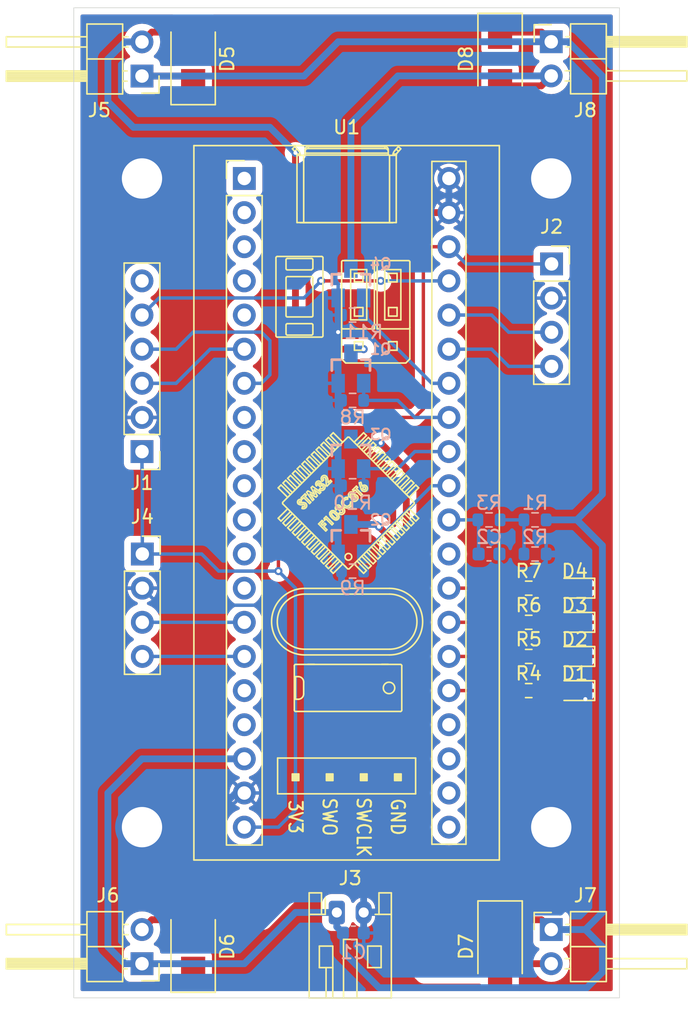
<source format=kicad_pcb>
(kicad_pcb (version 20240108) (generator "pcbnew") (generator_version "8.0")
  (title_block (title "MiniDrone") (date "2024-07-27") (rev "0.1") (company "Wayne Yang"))
  (layers (0 "F.Cu" signal) (31 "B.Cu" signal) (34 "B.Paste" user) (35 "F.Paste" user) (36 "B.SilkS" user "B.Silkscreen") (37 "F.SilkS" user "F.Silkscreen") (38 "B.Mask" user) (39 "F.Mask" user) (44 "Edge.Cuts" user))
  (net 0 "")
  (net 1 "+BATT")
  (net 2 "GND")
  (net 3 "/VBAT")
  (net 4 "Net-(D1-A)")
  (net 5 "Net-(D2-A)")
  (net 6 "Net-(D3-A)")
  (net 7 "Net-(D4-A)")
  (net 8 "Net-(D5-A)")
  (net 9 "Net-(D6-A)")
  (net 10 "Net-(D7-A)")
  (net 11 "Net-(D8-A)")
  (net 12 "/PRG_RX")
  (net 13 "+3.3V")
  (net 14 "/PRG_TX")
  (net 15 "/PRG_RTS")
  (net 16 "/PRG_DTR")
  (net 17 "/BT_RX")
  (net 18 "/BT_TX")
  (net 19 "/FL_PWM")
  (net 20 "/FR_PWM")
  (net 21 "/BL_PWM")
  (net 22 "/BR_PWM")
  (net 23 "Net-(R1-Pad2)")
  (net 24 "/STAT_0")
  (net 25 "/STAT_1")
  (net 26 "/STAT_2")
  (net 27 "/STAT_3")
  (net 28 "/MPU_SDA")
  (net 29 "/MPU_SCL")
  (footprint "LED_SMD:LED_0603_1608Metric" (layer "F.Cu") (at 167.1125 83.82 180)
    (property "Reference" "D2" (at 0 1.27 180) (layer "F.SilkS"))
    (property "Value" "LED")
    (pad "1" smd roundrect (at -0.7875 0 180) (size 0.875 0.95) (layers "F.Cu" "F.Paste" "F.Mask") (net 2 "GND"))
    (pad "2" smd roundrect (at 0.7875 0 180) (size 0.875 0.95) (layers "F.Cu" "F.Paste" "F.Mask") (net 5 "Net-(D2-A)"))
  )
  (footprint "Resistor_SMD:R_0603_1608Metric" (layer "F.Cu") (at 163.6825 78.74)
    (property "Reference" "R7" (at 0 -1.27 180) (layer "F.SilkS"))
    (property "Value" "180")
    (pad "1" smd roundrect (at -0.825 0) (size 0.8 0.95) (layers "F.Cu" "F.Paste" "F.Mask") (net 27 "/STAT_3"))
    (pad "2" smd roundrect (at 0.825 0) (size 0.8 0.95) (layers "F.Cu" "F.Paste" "F.Mask") (net 7 "Net-(D4-A)"))
  )
  (footprint "Connector_PinHeader_2.54mm:PinHeader_1x02_P2.54mm_Horizontal" (layer "F.Cu") (at 134.88 40.64 180)
    (property "Reference" "J5" (at 3.175 -2.54 0) (layer "F.SilkS"))
    (property "Value" "FL Motor")
    (pad "1" thru_hole rect (at 0 0 180) (size 1.7 1.7) (drill 1) (layers "*.Cu" "*.Mask") (net 1 "+BATT"))
    (pad "2" thru_hole oval (at 0 2.54 180) (size 1.7 1.7) (drill 1) (layers "*.Cu" "*.Mask") (net 8 "Net-(D5-A)"))
  )
  (footprint "Resistor_SMD:R_0603_1608Metric" (layer "F.Cu") (at 163.6825 83.82)
    (property "Reference" "R5" (at 0 -1.27 0) (layer "F.SilkS"))
    (property "Value" "180")
    (pad "1" smd roundrect (at -0.825 0) (size 0.8 0.95) (layers "F.Cu" "F.Paste" "F.Mask") (net 25 "/STAT_1"))
    (pad "2" smd roundrect (at 0.825 0) (size 0.8 0.95) (layers "F.Cu" "F.Paste" "F.Mask") (net 5 "Net-(D2-A)"))
  )
  (footprint "Connector_PinHeader_2.54mm:PinHeader_1x06_P2.54mm_Vertical" (layer "F.Cu") (at 134.88 68.58 180)
    (property "Reference" "J1" (at 0 -2.33 0) (layer "F.SilkS"))
    (property "Value" "programming")
    (pad "1" thru_hole rect (at 0 0 180) (size 1.7 1.7) (drill 1) (layers "*.Cu" "*.Mask") (net 13 "+3.3V"))
    (pad "2" thru_hole oval (at 0 2.54 180) (size 1.7 1.7) (drill 1) (layers "*.Cu" "*.Mask") (net 2 "GND"))
    (pad "3" thru_hole oval (at 0 5.08 180) (size 1.7 1.7) (drill 1) (layers "*.Cu" "*.Mask") (net 12 "/PRG_RX"))
    (pad "4" thru_hole oval (at 0 7.62 180) (size 1.7 1.7) (drill 1) (layers "*.Cu" "*.Mask") (net 14 "/PRG_TX"))
    (pad "5" thru_hole oval (at 0 10.16 180) (size 1.7 1.7) (drill 1) (layers "*.Cu" "*.Mask") (net 16 "/PRG_DTR"))
    (pad "6" thru_hole oval (at 0 12.7 180) (size 1.7 1.7) (drill 1) (layers "*.Cu" "*.Mask") (net 15 "/PRG_RTS"))
  )
  (footprint "Resistor_SMD:R_0603_1608Metric" (layer "F.Cu") (at 163.6825 86.36)
    (property "Reference" "R4" (at 0 -1.27 0) (layer "F.SilkS"))
    (property "Value" "180")
    (pad "1" smd roundrect (at -0.825 0) (size 0.8 0.95) (layers "F.Cu" "F.Paste" "F.Mask") (net 24 "/STAT_0"))
    (pad "2" smd roundrect (at 0.825 0) (size 0.8 0.95) (layers "F.Cu" "F.Paste" "F.Mask") (net 4 "Net-(D1-A)"))
  )
  (footprint "Connector_JST:JST_PH_S2B-PH-K_1x02_P2.00mm_Horizontal" (layer "F.Cu") (at 149.39 102.87)
    (property "Reference" "J3" (at 1 -2.55 0) (layer "F.SilkS"))
    (property "Value" "BAT")
    (pad "1" thru_hole roundrect (at 0 0) (size 1.2 1.75) (drill 0.75) (layers "*.Cu" "*.Mask") (roundrect_rratio 0.208333) (net 1 "+BATT"))
    (pad "2" thru_hole oval (at 2 0) (size 1.2 1.75) (drill 0.75) (layers "*.Cu" "*.Mask") (net 2 "GND"))
  )
  (footprint "Connector_PinSocket_2.54mm:PinSocket_1x04_P2.54mm_Vertical" (layer "F.Cu") (at 134.905 76.2)
    (property "Reference" "J4" (at 0 -2.77 0) (layer "F.SilkS"))
    (property "Value" "mpu6050")
    (pad "1" thru_hole rect (at 0 0) (size 1.7 1.7) (drill 1) (layers "*.Cu" "*.Mask") (net 13 "+3.3V"))
    (pad "2" thru_hole oval (at 0 2.54) (size 1.7 1.7) (drill 1) (layers "*.Cu" "*.Mask") (net 2 "GND"))
    (pad "3" thru_hole oval (at 0 5.08) (size 1.7 1.7) (drill 1) (layers "*.Cu" "*.Mask") (net 29 "/MPU_SCL"))
    (pad "4" thru_hole oval (at 0 7.62) (size 1.7 1.7) (drill 1) (layers "*.Cu" "*.Mask") (net 28 "/MPU_SDA"))
  )
  (footprint "Connector_PinHeader_2.54mm:PinHeader_1x02_P2.54mm_Horizontal" (layer "F.Cu") (at 165.36 104.14)
    (property "Reference" "J7" (at 2.54 -2.54 0) (layer "F.SilkS"))
    (property "Value" "FR Motor")
    (pad "1" thru_hole rect (at 0 0) (size 1.7 1.7) (drill 1) (layers "*.Cu" "*.Mask") (net 1 "+BATT"))
    (pad "2" thru_hole oval (at 0 2.54) (size 1.7 1.7) (drill 1) (layers "*.Cu" "*.Mask") (net 10 "Net-(D7-A)"))
  )
  (footprint "Diode_SMD:D_SMA" (layer "F.Cu") (at 138.69 105.41 90)
    (property "Reference" "D6" (at 0 2.54 90) (layer "F.SilkS"))
    (property "Value" "1N4007")
    (pad "1" smd rect (at -2 0 90) (size 2.5 1.8) (layers "F.Cu" "F.Paste" "F.Mask") (net 1 "+BATT"))
    (pad "2" smd rect (at 2 0 90) (size 2.5 1.8) (layers "F.Cu" "F.Paste" "F.Mask") (net 9 "Net-(D6-A)"))
  )
  (footprint "Diode_SMD:D_SMA" (layer "F.Cu") (at 161.55 105.41 -90)
    (property "Reference" "D7" (at 0 2.54 90) (layer "F.SilkS"))
    (property "Value" "1N4007")
    (pad "1" smd rect (at -2 0 270) (size 2.5 1.8) (layers "F.Cu" "F.Paste" "F.Mask") (net 1 "+BATT"))
    (pad "2" smd rect (at 2 0 270) (size 2.5 1.8) (layers "F.Cu" "F.Paste" "F.Mask") (net 10 "Net-(D7-A)"))
  )
  (footprint "LED_SMD:LED_0603_1608Metric" (layer "F.Cu") (at 167.1125 86.36 180)
    (property "Reference" "D1" (at 0 1.27 0) (layer "F.SilkS"))
    (property "Value" "LED")
    (pad "1" smd roundrect (at -0.7875 0 180) (size 0.875 0.95) (layers "F.Cu" "F.Paste" "F.Mask") (net 2 "GND"))
    (pad "2" smd roundrect (at 0.7875 0 180) (size 0.875 0.95) (layers "F.Cu" "F.Paste" "F.Mask") (net 4 "Net-(D1-A)"))
  )
  (footprint "LED_SMD:LED_0603_1608Metric" (layer "F.Cu") (at 167.1125 81.28 180)
    (property "Reference" "D3" (at 0 1.27 0) (layer "F.SilkS"))
    (property "Value" "LED")
    (pad "1" smd roundrect (at -0.7875 0 180) (size 0.875 0.95) (layers "F.Cu" "F.Paste" "F.Mask") (net 2 "GND"))
    (pad "2" smd roundrect (at 0.7875 0 180) (size 0.875 0.95) (layers "F.Cu" "F.Paste" "F.Mask") (net 6 "Net-(D3-A)"))
  )
  (footprint "STM32_module:stm32_BluePill_1" (layer "F.Cu") (at 142.5 48.26)
    (property "Reference" "U1" (at 7.62 -3.81 0) (layer "F.SilkS"))
    (property "Value" "stm32_BluePill" (hide yes))
    (fp_text user "SWCLK" (at 8.89 48.26 -90) (layer "F.SilkS") (effects (font (size 1 0.9))))
    (fp_text user "GND" (at 11.43 47.498 -90) (layer "F.SilkS") (effects (font (size 1 0.9))))
    (fp_text user "3V3" (at 3.81 47.498 -90) (layer "F.SilkS") (effects (font (size 1 0.9))))
    (fp_text user "SWO" (at 6.35 47.498 -90) (layer "F.SilkS") (effects (font (size 1 0.9))))
    (pad "1" thru_hole rect (at 0 0) (size 1.7 1.7) (drill 1) (layers "*.Cu" "*.Mask"))
    (pad "2" thru_hole circle (at 0 2.54) (size 1.7 1.7) (drill 1) (layers "*.Cu" "*.Mask"))
    (pad "3" thru_hole circle (at 0 5.08) (size 1.7 1.7) (drill 1) (layers "*.Cu" "*.Mask"))
    (pad "4" thru_hole circle (at 0 7.62) (size 1.7 1.7) (drill 1) (layers "*.Cu" "*.Mask"))
    (pad "5" thru_hole circle (at 0 10.16) (size 1.7 1.7) (drill 1) (layers "*.Cu" "*.Mask"))
    (pad "6" thru_hole circle (at 0 12.7) (size 1.7 1.7) (drill 1) (layers "*.Cu" "*.Mask") (net 12 "/PRG_RX"))
    (pad "7" thru_hole circle (at 0 15.24) (size 1.7 1.7) (drill 1) (layers "*.Cu" "*.Mask") (net 14 "/PRG_TX"))
    (pad "8" thru_hole circle (at 0 17.78) (size 1.7 1.7) (drill 1) (layers "*.Cu" "*.Mask"))
    (pad "9" thru_hole circle (at 0 20.32) (size 1.7 1.7) (drill 1) (layers "*.Cu" "*.Mask"))
    (pad "10" thru_hole circle (at 0 22.86) (size 1.7 1.7) (drill 1) (layers "*.Cu" "*.Mask"))
    (pad "11" thru_hole circle (at 0 25.4) (size 1.7 1.7) (drill 1) (layers "*.Cu" "*.Mask"))
    (pad "12" thru_hole circle (at 0 27.94) (size 1.7 1.7) (drill 1) (layers "*.Cu" "*.Mask"))
    (pad "13" thru_hole circle (at 0 30.48) (size 1.7 1.7) (drill 1) (layers "*.Cu" "*.Mask"))
    (pad "14" thru_hole circle (at 0 33.02) (size 1.7 1.7) (drill 1) (layers "*.Cu" "*.Mask") (net 29 "/MPU_SCL"))
    (pad "15" thru_hole circle (at 0 35.56) (size 1.7 1.7) (drill 1) (layers "*.Cu" "*.Mask") (net 28 "/MPU_SDA"))
    (pad "16" thru_hole circle (at 0 38.1) (size 1.7 1.7) (drill 1) (layers "*.Cu" "*.Mask"))
    (pad "17" thru_hole circle (at 0 40.64) (size 1.7 1.7) (drill 1) (layers "*.Cu" "*.Mask"))
    (pad "18" thru_hole circle (at 0 43.18) (size 1.7 1.7) (drill 1) (layers "*.Cu" "*.Mask") (net 1 "+BATT"))
    (pad "19" thru_hole circle (at 0 45.72) (size 1.7 1.7) (drill 1) (layers "*.Cu" "*.Mask") (net 2 "GND"))
    (pad "20" thru_hole circle (at 0 48.26) (size 1.7 1.7) (drill 1) (layers "*.Cu" "*.Mask") (net 13 "+3.3V"))
    (pad "21" thru_hole circle (at 15.24 48.26) (size 1.7 1.7) (drill 1) (layers "*.Cu" "*.Mask"))
    (pad "22" thru_hole circle (at 15.24 45.72) (size 1.7 1.7) (drill 1) (layers "*.Cu" "*.Mask"))
    (pad "23" thru_hole circle (at 15.24 43.18) (size 1.7 1.7) (drill 1) (layers "*.Cu" "*.Mask"))
    (pad "24" thru_hole circle (at 15.24 40.64) (size 1.7 1.7) (drill 1) (layers "*.Cu" "*.Mask"))
    (pad "25" thru_hole circle (at 15.24 38.1) (size 1.7 1.7) (drill 1) (layers "*.Cu" "*.Mask") (net 24 "/STAT_0"))
    (pad "26" thru_hole circle (at 15.24 35.56) (size 1.7 1.7) (drill 1) (layers "*.Cu" "*.Mask") (net 25 "/STAT_1"))
    (pad "27" thru_hole circle (at 15.24 33.02) (size 1.7 1.7) (drill 1) (layers "*.Cu" "*.Mask") (net 26 "/STAT_2"))
    (pad "28" thru_hole circle (at 15.24 30.48) (size 1.7 1.7) (drill 1) (layers "*.Cu" "*.Mask") (net 27 "/STAT_3"))
    (pad "29" thru_hole circle (at 15.24 27.94) (size 1.7 1.7) (drill 1) (layers "*.Cu" "*.Mask"))
    (pad "30" thru_hole circle (at 15.24 25.4) (size 1.7 1.7) (drill 1) (layers "*.Cu" "*.Mask") (net 3 "/VBAT"))
    (pad "31" thru_hole circle (at 15.24 22.86) (size 1.7 1.7) (drill 1) (layers "*.Cu" "*.Mask") (net 20 "/FR_PWM"))
    (pad "32" thru_hole circle (at 15.24 20.32) (size 1.7 1.7) (drill 1) (layers "*.Cu" "*.Mask") (net 21 "/BL_PWM"))
    (pad "33" thru_hole circle (at 15.24 17.78) (size 1.7 1.7) (drill 1) (layers "*.Cu" "*.Mask") (net 22 "/BR_PWM"))
    (pad "34" thru_hole circle (at 15.24 15.24) (size 1.7 1.7) (drill 1) (layers "*.Cu" "*.Mask") (net 19 "/FL_PWM"))
    (pad "35" thru_hole circle (at 15.24 12.7) (size 1.7 1.7) (drill 1) (layers "*.Cu" "*.Mask") (net 17 "/BT_RX"))
    (pad "36" thru_hole circle (at 15.24 10.16) (size 1.7 1.7) (drill 1) (layers "*.Cu" "*.Mask") (net 18 "/BT_TX"))
    (pad "37" thru_hole circle (at 15.24 7.62) (size 1.7 1.7) (drill 1) (layers "*.Cu" "*.Mask") (net 16 "/PRG_DTR"))
    (pad "38" thru_hole circle (at 15.24 5.08) (size 1.7 1.7) (drill 1) (layers "*.Cu" "*.Mask") (net 13 "+3.3V"))
    (pad "39" thru_hole circle (at 15.24 2.54) (size 1.7 1.7) (drill 1) (layers "*.Cu" "*.Mask") (net 2 "GND"))
    (pad "40" thru_hole circle (at 15.24 0) (size 1.7 1.7) (drill 1) (layers "*.Cu" "*.Mask") (net 2 "GND"))
  )
  (footprint "Diode_SMD:D_SMA" (layer "F.Cu") (at 138.69 39.37 90)
    (property "Reference" "D5" (at 0 2.54 90) (layer "F.SilkS"))
    (property "Value" "1N4007")
    (pad "1" smd rect (at -2 0 90) (size 2.5 1.8) (layers "F.Cu" "F.Paste" "F.Mask") (net 1 "+BATT"))
    (pad "2" smd rect (at 2 0 90) (size 2.5 1.8) (layers "F.Cu" "F.Paste" "F.Mask") (net 8 "Net-(D5-A)"))
  )
  (footprint "Connector_PinSocket_2.54mm:PinSocket_1x04_P2.54mm_Vertical" (layer "F.Cu") (at 165.385 54.62)
    (property "Reference" "J2" (at 0 -2.77 0) (layer "F.SilkS"))
    (property "Value" "HM-13 Bluetooth")
    (pad "1" thru_hole rect (at 0 0) (size 1.7 1.7) (drill 1) (layers "*.Cu" "*.Mask") (net 13 "+3.3V"))
    (pad "2" thru_hole oval (at 0 2.54) (size 1.7 1.7) (drill 1) (layers "*.Cu" "*.Mask") (net 2 "GND"))
    (pad "3" thru_hole oval (at 0 5.08) (size 1.7 1.7) (drill 1) (layers "*.Cu" "*.Mask") (net 18 "/BT_TX"))
    (pad "4" thru_hole oval (at 0 7.62) (size 1.7 1.7) (drill 1) (layers "*.Cu" "*.Mask") (net 17 "/BT_RX"))
  )
  (footprint "Connector_PinHeader_2.54mm:PinHeader_1x02_P2.54mm_Horizontal" (layer "F.Cu") (at 134.88 106.68 180)
    (property "Reference" "J6" (at 2.54 5.08 0) (layer "F.SilkS"))
    (property "Value" "BL Motor")
    (pad "1" thru_hole rect (at 0 0 180) (size 1.7 1.7) (drill 1) (layers "*.Cu" "*.Mask") (net 1 "+BATT"))
    (pad "2" thru_hole oval (at 0 2.54 180) (size 1.7 1.7) (drill 1) (layers "*.Cu" "*.Mask") (net 9 "Net-(D6-A)"))
  )
  (footprint "Connector_PinHeader_2.54mm:PinHeader_1x02_P2.54mm_Horizontal" (layer "F.Cu") (at 165.36 38.09)
    (property "Reference" "J8" (at 2.54 5.09 0) (layer "F.SilkS"))
    (property "Value" "BR Motor")
    (pad "1" thru_hole rect (at 0 0) (size 1.7 1.7) (drill 1) (layers "*.Cu" "*.Mask") (net 1 "+BATT"))
    (pad "2" thru_hole oval (at 0 2.54) (size 1.7 1.7) (drill 1) (layers "*.Cu" "*.Mask") (net 11 "Net-(D8-A)"))
  )
  (footprint "Resistor_SMD:R_0603_1608Metric" (layer "F.Cu") (at 163.6825 81.28)
    (property "Reference" "R6" (at 0 -1.27 0) (layer "F.SilkS"))
    (property "Value" "180")
    (pad "1" smd roundrect (at -0.825 0) (size 0.8 0.95) (layers "F.Cu" "F.Paste" "F.Mask") (net 26 "/STAT_2"))
    (pad "2" smd roundrect (at 0.825 0) (size 0.8 0.95) (layers "F.Cu" "F.Paste" "F.Mask") (net 6 "Net-(D3-A)"))
  )
  (footprint "LED_SMD:LED_0603_1608Metric" (layer "F.Cu") (at 167.1125 78.74 180)
    (property "Reference" "D4" (at 0 1.27 180) (layer "F.SilkS"))
    (property "Value" "LED")
    (pad "1" smd roundrect (at -0.7875 0 180) (size 0.875 0.95) (layers "F.Cu" "F.Paste" "F.Mask") (net 2 "GND"))
    (pad "2" smd roundrect (at 0.7875 0 180) (size 0.875 0.95) (layers "F.Cu" "F.Paste" "F.Mask") (net 7 "Net-(D4-A)"))
  )
  (footprint "Diode_SMD:D_SMA" (layer "F.Cu") (at 161.55 39.37 -90)
    (property "Reference" "D8" (at 0 2.54 90) (layer "F.SilkS"))
    (property "Value" "1N4007")
    (pad "1" smd rect (at -2 0 270) (size 2.5 1.8) (layers "F.Cu" "F.Paste" "F.Mask") (net 1 "+BATT"))
    (pad "2" smd rect (at 2 0 270) (size 2.5 1.8) (layers "F.Cu" "F.Paste" "F.Mask") (net 11 "Net-(D8-A)"))
  )
  (footprint "Resistor_SMD:R_0603_1608Metric" (layer "B.Cu") (at 160.725 73.66 180)
    (property "Reference" "R3" (at 0 1.27 0) (layer "B.SilkS") (effects (justify mirror)))
    (property "Value" "30 K")
    (pad "1" smd roundrect (at -0.825 0 180) (size 0.8 0.95) (layers "B.Cu" "B.Paste" "B.Mask") (net 23 "Net-(R1-Pad2)"))
    (pad "2" smd roundrect (at 0.825 0 180) (size 0.8 0.95) (layers "B.Cu" "B.Paste" "B.Mask") (net 3 "/VBAT"))
  )
  (footprint "Resistor_SMD:R_0603_1608Metric" (layer "B.Cu") (at 150.565 64.77 180)
    (property "Reference" "R8" (at 0 -1.27 0) (layer "B.SilkS") (effects (justify mirror)))
    (property "Value" "10 K")
    (pad "1" smd roundrect (at -0.825 0 180) (size 0.8 0.95) (layers "B.Cu" "B.Paste" "B.Mask") (net 22 "/BR_PWM"))
    (pad "2" smd roundrect (at 0.825 0 180) (size 0.8 0.95) (layers "B.Cu" "B.Paste" "B.Mask") (net 2 "GND"))
  )
  (footprint "Resistor_SMD:R_0603_1608Metric" (layer "B.Cu") (at 150.565 58.42 180)
    (property "Reference" "R11" (at -0.825 -1.27 0) (layer "B.SilkS") (effects (justify mirror)))
    (property "Value" "10 K")
    (pad "1" smd roundrect (at -0.825 0 180) (size 0.8 0.95) (layers "B.Cu" "B.Paste" "B.Mask") (net 19 "/FL_PWM"))
    (pad "2" smd roundrect (at 0.825 0 180) (size 0.8 0.95) (layers "B.Cu" "B.Paste" "B.Mask") (net 2 "GND"))
  )
  (footprint "si2302_kicad:SOT23" (layer "B.Cu") (at 150.44 68.75 180)
    (property "Reference" "Q3" (at -2.22 1.44 0) (layer "B.SilkS") (effects (font (size 0.800638 0.800638)) (justify mirror)))
    (property "Value" "SI2302")
    (pad "1" smd rect (at -0.95 -1.1 180) (size 1 1.4) (layers "B.Cu" "B.Paste" "B.Mask") (net 21 "/BL_PWM"))
    (pad "2" smd rect (at 0.95 -1.1 180) (size 1 1.4) (layers "B.Cu" "B.Paste" "B.Mask") (net 2 "GND"))
    (pad "3" smd rect (at 0 1.1 180) (size 1 1.4) (layers "B.Cu" "B.Paste" "B.Mask") (net 10 "Net-(D7-A)"))
  )
  (footprint "si2302_kicad:SOT23" (layer "B.Cu") (at 150.44 62.4 180)
    (property "Reference" "Q1" (at -2.22 1.44 0) (layer "B.SilkS") (effects (font (size 0.800638 0.800638)) (justify mirror)))
    (property "Value" "SI2302")
    (pad "1" smd rect (at -0.95 -1.1 180) (size 1 1.4) (layers "B.Cu" "B.Paste" "B.Mask") (net 22 "/BR_PWM"))
    (pad "2" smd rect (at 0.95 -1.1 180) (size 1 1.4) (layers "B.Cu" "B.Paste" "B.Mask") (net 2 "GND"))
    (pad "3" smd rect (at 0 1.1 180) (size 1 1.4) (layers "B.Cu" "B.Paste" "B.Mask") (net 8 "Net-(D5-A)"))
  )
  (footprint "si2302_kicad:SOT23" (layer "B.Cu") (at 150.44 75.1 180)
    (property "Reference" "Q2" (at -2.22 1.44 0) (layer "B.SilkS") (effects (font (size 0.800638 0.800638)) (justify mirror)))
    (property "Value" "SI2302")
    (pad "1" smd rect (at -0.95 -1.1 180) (size 1 1.4) (layers "B.Cu" "B.Paste" "B.Mask") (net 20 "/FR_PWM"))
    (pad "2" smd rect (at 0.95 -1.1 180) (size 1 1.4) (layers "B.Cu" "B.Paste" "B.Mask") (net 2 "GND"))
    (pad "3" smd rect (at 0 1.1 180) (size 1 1.4) (layers "B.Cu" "B.Paste" "B.Mask") (net 9 "Net-(D6-A)"))
  )
  (footprint "Resistor_SMD:R_0603_1608Metric" (layer "B.Cu") (at 150.565 71.12 180)
    (property "Reference" "R10" (at 0 -1.27 0) (layer "B.SilkS") (effects (justify mirror)))
    (property "Value" "10 K")
    (pad "1" smd roundrect (at -0.825 0 180) (size 0.8 0.95) (layers "B.Cu" "B.Paste" "B.Mask") (net 21 "/BL_PWM"))
    (pad "2" smd roundrect (at 0.825 0 180) (size 0.8 0.95) (layers "B.Cu" "B.Paste" "B.Mask") (net 2 "GND"))
  )
  (footprint "Resistor_SMD:R_0603_1608Metric" (layer "B.Cu") (at 164.155 73.66 180)
    (property "Reference" "R1" (at 0 1.27 0) (layer "B.SilkS") (effects (justify mirror)))
    (property "Value" "20 K")
    (pad "1" smd roundrect (at -0.825 0 180) (size 0.8 0.95) (layers "B.Cu" "B.Paste" "B.Mask") (net 1 "+BATT"))
    (pad "2" smd roundrect (at 0.825 0 180) (size 0.8 0.95) (layers "B.Cu" "B.Paste" "B.Mask") (net 23 "Net-(R1-Pad2)"))
  )
  (footprint "Resistor_SMD:R_0603_1608Metric" (layer "B.Cu") (at 164.155 76.2)
    (property "Reference" "R2" (at 0 -1.27 0) (layer "B.SilkS") (effects (justify mirror)))
    (property "Value" "30 K")
    (pad "1" smd roundrect (at -0.825 0) (size 0.8 0.95) (layers "B.Cu" "B.Paste" "B.Mask") (net 23 "Net-(R1-Pad2)"))
    (pad "2" smd roundrect (at 0.825 0) (size 0.8 0.95) (layers "B.Cu" "B.Paste" "B.Mask") (net 2 "GND"))
  )
  (footprint "Resistor_SMD:R_0603_1608Metric" (layer "B.Cu") (at 150.565 77.47 180)
    (property "Reference" "R9" (at 0 -1.27 0) (layer "B.SilkS") (effects (justify mirror)))
    (property "Value" "10 K")
    (pad "1" smd roundrect (at -0.825 0 180) (size 0.8 0.95) (layers "B.Cu" "B.Paste" "B.Mask") (net 20 "/FR_PWM"))
    (pad "2" smd roundrect (at 0.825 0 180) (size 0.8 0.95) (layers "B.Cu" "B.Paste" "B.Mask") (net 2 "GND"))
  )
  (footprint "Capacitor_SMD:C_0603_1608Metric" (layer "B.Cu") (at 160.725 76.2)
    (property "Reference" "C2" (at 0.013 -1.27 0) (layer "B.SilkS") (effects (justify mirror)))
    (property "Value" "103p")
    (pad "1" smd roundrect (at -0.775 0) (size 0.9 0.95) (layers "B.Cu" "B.Paste" "B.Mask") (net 3 "/VBAT"))
    (pad "2" smd roundrect (at 0.775 0) (size 0.9 0.95) (layers "B.Cu" "B.Paste" "B.Mask") (net 2 "GND"))
  )
  (footprint "Capacitor_SMD:C_0603_1608Metric" (layer "B.Cu") (at 150.621 104.394)
    (property "Reference" "C1" (at 0 1.43 0) (layer "B.SilkS") (effects (justify mirror)))
    (property "Value" "104p")
    (pad "1" smd roundrect (at -0.775 0) (size 0.9 0.95) (layers "B.Cu" "B.Paste" "B.Mask") (net 1 "+BATT"))
    (pad "2" smd roundrect (at 0.775 0) (size 0.9 0.95) (layers "B.Cu" "B.Paste" "B.Mask") (net 2 "GND"))
  )
  (footprint "si2302_kicad:SOT23" (layer "B.Cu") (at 150.44 56.05 180)
    (property "Reference" "Q4" (at -2.22 1.44 0) (layer "B.SilkS") (effects (font (size 0.800638 0.800638)) (justify mirror)))
    (property "Value" "SI2302")
    (pad "1" smd rect (at -0.95 -1.1 180) (size 1 1.4) (layers "B.Cu" "B.Paste" "B.Mask") (net 19 "/FL_PWM"))
    (pad "2" smd rect (at 0.95 -1.1 180) (size 1 1.4) (layers "B.Cu" "B.Paste" "B.Mask") (net 2 "GND"))
    (pad "3" smd rect (at 0 1.1 180) (size 1 1.4) (layers "B.Cu" "B.Paste" "B.Mask") (net 11 "Net-(D8-A)"))
  )
  (gr_rect (start 129.8 35.56) (end 170.44 109.22) (stroke (width 0.05)) (fill none) (layer "Edge.Cuts"))
  (segment (start 164.63 103.41) (end 165.36 104.14) (width 0.508) (layer "F.Cu") (net 1))
  (segment (start 137.96 106.68) (end 138.69 107.41) (width 0.508) (layer "F.Cu") (net 1))
  (segment (start 161.55 103.41) (end 164.63 103.41) (width 0.508) (layer "F.Cu") (net 1))
  (segment (start 134.88 40.64) (end 137.96 40.64) (width 0.508) (layer "F.Cu") (net 1))
  (segment (start 137.96 40.64) (end 138.69 41.37) (width 0.508) (layer "F.Cu") (net 1))
  (segment (start 134.88 106.68) (end 137.96 106.68) (width 0.508) (layer "F.Cu") (net 1))
  (segment (start 161.55 37.37) (end 164.64 37.37) (width 0.508) (layer "F.Cu") (net 1))
  (segment (start 164.64 37.37) (end 165.36 38.09) (width 0.508) (layer "F.Cu") (net 1))
  (segment (start 167.265 73.66) (end 164.98 73.66) (width 0.508) (layer "B.Cu") (net 1))
  (segment (start 166.62 38.09) (end 169.17 40.64) (width 0.508) (layer "B.Cu") (net 1))
  (segment (start 146.31 102.87) (end 142.5 106.68) (width 0.508) (layer "B.Cu") (net 1))
  (segment (start 169.17 102.87) (end 167.9 104.14) (width 0.508) (layer "B.Cu") (net 1))
  (segment (start 168.019 108.466) (end 152.541 108.466) (width 0.508) (layer "B.Cu") (net 1))
  (segment (start 169.17 75.565) (end 169.17 102.87) (width 0.508) (layer "B.Cu") (net 1))
  (segment (start 133.61 106.68) (end 134.88 106.68) (width 0.508) (layer "B.Cu") (net 1))
  (segment (start 149.39 103.938) (end 149.846 104.394) (width 0.508) (layer "B.Cu") (net 1))
  (segment (start 167.265 73.66) (end 169.17 75.565) (width 0.508) (layer "B.Cu") (net 1))
  (segment (start 167.9 104.14) (end 165.36 104.14) (width 0.508) (layer "B.Cu") (net 1))
  (segment (start 169.17 71.755) (end 167.265 73.66) (width 0.508) (layer "B.Cu") (net 1))
  (segment (start 152.541 108.466) (end 149.846 105.771) (width 0.508) (layer "B.Cu") (net 1))
  (segment (start 132.34 105.41) (end 132.34 93.98) (width 0.508) (layer "B.Cu") (net 1))
  (segment (start 134.88 91.44) (end 142.5 91.44) (width 0.508) (layer "B.Cu") (net 1))
  (segment (start 165.36 38.09) (end 166.62 38.09) (width 0.508) (layer "B.Cu") (net 1))
  (segment (start 169.17 40.64) (end 169.17 71.755) (width 0.508) (layer "B.Cu") (net 1))
  (segment (start 146.945 40.64) (end 134.88 40.64) (width 0.508) (layer "B.Cu") (net 1))
  (segment (start 132.34 93.98) (end 134.88 91.44) (width 0.508) (layer "B.Cu") (net 1))
  (segment (start 149.846 105.771) (end 149.846 104.394) (width 0.508) (layer "B.Cu") (net 1))
  (segment (start 142.5 106.68) (end 134.88 106.68) (width 0.508) (layer "B.Cu") (net 1))
  (segment (start 167.9 104.14) (end 169.17 105.41) (width 0.508) (layer "B.Cu") (net 1))
  (segment (start 133.61 106.68) (end 132.34 105.41) (width 0.508) (layer "B.Cu") (net 1))
  (segment (start 169.17 105.41) (end 169.17 107.315) (width 0.508) (layer "B.Cu") (net 1))
  (segment (start 149.39 102.87) (end 146.31 102.87) (width 0.508) (layer "B.Cu") (net 1))
  (segment (start 169.17 107.315) (end 168.019 108.466) (width 0.508) (layer "B.Cu") (net 1))
  (segment (start 149.495 38.09) (end 146.945 40.64) (width 0.508) (layer "B.Cu") (net 1))
  (segment (start 149.39 102.87) (end 149.39 103.938) (width 0.508) (layer "B.Cu") (net 1))
  (segment (start 165.36 38.09) (end 149.495 38.09) (width 0.508) (layer "B.Cu") (net 1))
  (segment (start 154.565 58.42) (end 154.565 52.705) (width 0.508) (layer "F.Cu") (net 2))
  (segment (start 149.486 59.69) (end 153.295 59.69) (width 0.508) (layer "F.Cu") (net 2))
  (segment (start 154.565 52.705) (end 156.47 50.8) (width 0.508) (layer "F.Cu") (net 2))
  (segment (start 153.295 59.69) (end 154.565 58.42) (width 0.508) (layer "F.Cu") (net 2))
  (segment (start 167.9 86.995) (end 167.9 86.36) (width 0.508) (layer "F.Cu") (net 2))
  (segment (start 167.9 78.74) (end 167.9 86.36) (width 0.508) (layer "F.Cu") (net 2))
  (segment (start 156.47 50.8) (end 157.74 50.8) (width 0.508) (layer "F.Cu") (net 2))
  (via (at 134.88 96.52) (size 4) (drill 3) (layers "F.Cu" "B.Cu") (net 2))
  (via (at 167.9 86.995) (size 0.6) (drill 0.3) (layers "F.Cu" "B.Cu") (net 2))
  (via (at 134.88 48.26) (size 4) (drill 3) (layers "F.Cu" "B.Cu") (net 2))
  (via (at 149.486 59.69) (size 0.6) (drill 0.3) (layers "F.Cu" "B.Cu") (net 2))
  (via (at 165.36 48.26) (size 4) (drill 3) (layers "F.Cu" "B.Cu") (net 2))
  (via (at 165.36 96.52) (size 4) (drill 3) (layers "F.Cu" "B.Cu") (net 2))
  (segment (start 165.36 50.8) (end 157.74 50.8) (width 0.254) (layer "B.Cu") (net 2))
  (segment (start 149.74 77.47) (end 149.486 77.216) (width 0.508) (layer "B.Cu") (net 2))
  (segment (start 140.595 95.25) (end 141.865 93.98) (width 0.508) (layer "B.Cu") (net 2))
  (segment (start 166.62 57.16) (end 167.265 56.515) (width 0.254) (layer "B.Cu") (net 2))
  (segment (start 149.74 99.95) (end 149.74 77.47) (width 0.508) (layer "B.Cu") (net 2))
  (segment (start 149.49 58.17) (end 149.74 58.42) (width 0.254) (layer "B.Cu") (net 2))
  (segment (start 151.39 101.6) (end 150.12 100.33) (width 0.508) (layer "B.Cu") (net 2))
  (segment (start 141.485 99.95) (end 140.595 99.06) (width 0.508) (layer "B.Cu") (net 2))
  (segment (start 151.424 102.836) (end 151.39 102.87) (width 0.508) (layer "B.Cu") (net 2))
  (segment (start 151.39 102.87) (end 162.82 102.87) (width 0.508) (layer "B.Cu") (net 2))
  (segment (start 151.39 102.87) (end 151.39 101.6) (width 0.508) (layer "B.Cu") (net 2))
  (segment (start 164.98 76.7075) (end 164.98 76.2) (width 0.254) (layer "B.Cu") (net 2))
  (segment (start 149.49 70.87) (end 149.74 71.12) (width 0.254) (layer "B.Cu") (net 2))
  (segment (start 149.49 63.5) (end 149.486 63.496) (width 0.508) (layer "B.Cu") (net 2))
  (segment (start 134.905 78.74) (end 133.61 78.74) (width 0.254) (layer "B.Cu") (net 2))
  (segment (start 150.12 100.33) (end 149.74 99.95) (width 0.508) (layer "B.Cu") (net 2))
  (segment (start 165.385 57.16) (end 166.62 57.16) (width 0.254) (layer "B.Cu") (net 2))
  (segment (start 149.486 69.846) (end 149.486 63.504) (width 0.508) (layer "B.Cu") (net 2))
  (segment (start 144.405 80.01) (end 136.175 80.01) (width 0.254) (layer "B.Cu") (net 2))
  (segment (start 167.9 100.965) (end 166.029 102.836) (width 0.508) (layer "B.Cu") (net 2))
  (segment (start 149.49 69.85) (end 149.49 70.87) (width 0.254) (layer "B.Cu") (net 2))
  (segment (start 149.486 63.504) (end 149.49 63.5) (width 0.508) (layer "B.Cu") (net 2))
  (segment (start 136.175 80.01) (end 134.905 78.74) (width 0.254) (layer "B.Cu") (net 2))
  (segment (start 151.39 102.87) (end 151.39 104.388) (width 0.508) (layer "B.Cu") (net 2))
  (segment (start 149.486 69.854) (end 149.49 69.85) (width 0.508) (layer "B.Cu") (net 2))
  (segment (start 166.029 102.836) (end 151.424 102.836) (width 0.508) (layer "B.Cu") (net 2))
  (segment (start 141.865 93.98) (end 142.5 93.98) (width 0.508) (layer "B.Cu") (net 2))
  (segment (start 164.2175 77.47) (end 164.98 76.7075) (width 0.254) (layer "B.Cu") (net 2))
  (segment (start 140.595 99.06) (end 140.595 95.25) (width 0.508) (layer "B.Cu") (net 2))
  (segment (start 165.995 76.2) (end 167.9 78.105) (width 0.508) (layer "B.Cu") (net 2))
  (segment (start 133.61 66.04) (end 134.88 66.04) (width 0.254) (layer "B.Cu") (net 2))
  (segment (start 149.49 69.85) (end 149.486 69.846) (width 0.508) (layer "B.Cu") (net 2))
  (segment (start 149.49 57.15) (end 149.49 58.17) (width 0.254) (layer "B.Cu") (net 2))
  (segment (start 161.5 76.785) (end 162.185 77.47) (width 0.254) (layer "B.Cu") (net 2))
  (segment (start 151.39 104.388) (end 151.396 104.394) (width 0.508) (layer "B.Cu") (net 2))
  (segment (start 162.185 77.47) (end 164.2175 77.47) (width 0.254) (layer "B.Cu") (net 2))
  (segment (start 161.5 76.2) (end 161.5 76.785) (width 0.254) (layer "B.Cu") (net 2))
  (segment (start 132.975 78.105) (end 132.975 66.675) (width 0.254) (layer "B.Cu") (net 2))
  (segment (start 149.486 77.216) (end 149.486 69.854) (width 0.508) (layer "B.Cu") (net 2))
  (segment (start 167.265 52.705) (end 165.36 50.8) (width 0.254) (layer "B.Cu") (net 2))
  (segment (start 133.61 78.74) (end 132.975 78.105) (width 0.254) (layer "B.Cu") (net 2))
  (segment (start 143.77 93.98) (end 145.04 92.71) (width 0.254) (layer "B.Cu") (net 2))
  (segment (start 149.486 63.496) (end 149.486 57.154) (width 0.508) (layer "B.Cu") (net 2))
  (segment (start 149.49 63.5) (end 149.49 64.52) (width 0.254) (layer "B.Cu") (net 2))
  (segment (start 149.49 64.52) (end 149.74 64.77) (width 0.254) (layer "B.Cu") (net 2))
  (segment (start 145.04 80.645) (end 144.405 80.01) (width 0.254) (layer "B.Cu") (net 2))
  (segment (start 167.9 78.105) (end 167.9 100.965) (width 0.508) (layer "B.Cu") (net 2))
  (segment (start 157.74 48.26) (end 157.74 50.8) (width 0.508) (layer "B.Cu") (net 2))
  (segment (start 149.74 99.95) (end 141.485 99.95) (width 0.508) (layer "B.Cu") (net 2))
  (segment (start 142.5 93.98) (end 143.77 93.98) (width 0.254) (layer "B.Cu") (net 2))
  (segment (start 132.975 66.675) (end 133.61 66.04) (width 0.254) (layer "B.Cu") (net 2))
  (segment (start 149.49 77.22) (end 149.74 77.47) (width 0.254) (layer "B.Cu") (net 2))
  (segment (start 164.98 76.2) (end 165.995 76.2) (width 0.508) (layer "B.Cu") (net 2))
  (segment (start 149.49 76.2) (end 149.49 77.22) (width 0.254) (layer "B.Cu") (net 2))
  (segment (start 145.04 92.71) (end 145.04 80.645) (width 0.254) (layer "B.Cu") (net 2))
  (segment (start 167.265 56.515) (end 167.265 52.705) (width 0.254) (layer "B.Cu") (net 2))
  (segment (start 149.486 57.154) (end 149.49 57.15) (width 0.508) (layer "B.Cu") (net 2))
  (segment (start 159.9 73.915) (end 159.95 73.965) (width 0.254) (layer "B.Cu") (net 3))
  (segment (start 159.95 73.965) (end 159.95 76.2) (width 0.254) (layer "B.Cu") (net 3))
  (segment (start 159.9 73.66) (end 157.74 73.66) (width 0.254) (layer "B.Cu") (net 3))
  (segment (start 159.9 73.66) (end 159.9 73.915) (width 0.254) (layer "B.Cu") (net 3))
  (segment (start 166.325 86.36) (end 164.5075 86.36) (width 0.254) (layer "F.Cu") (net 4))
  (segment (start 166.325 83.82) (end 164.5075 83.82) (width 0.254) (layer "F.Cu") (net 5))
  (segment (start 166.325 81.28) (end 164.5075 81.28) (width 0.254) (layer "F.Cu") (net 6))
  (segment (start 166.325 78.74) (end 164.5075 78.74) (width 0.254) (layer "F.Cu") (net 7))
  (segment (start 146.31 60.325) (end 146.945 60.96) (width 0.508) (layer "F.Cu") (net 8))
  (segment (start 138.69 37.37) (end 135.61 37.37) (width 0.508) (layer "F.Cu") (net 8))
  (segment (start 146.31 46.355) (end 146.31 60.325) (width 0.508) (layer "F.Cu") (net 8))
  (segment (start 135.61 37.37) (end 134.88 38.1) (width 0.508) (layer "F.Cu") (net 8))
  (segment (start 146.945 60.96) (end 151.39 60.96) (width 0.508) (layer "F.Cu") (net 8))
  (via (at 151.39 60.96) (size 0.6) (drill 0.3) (layers "F.Cu" "B.Cu") (net 8))
  (via (at 146.31 46.355) (size 0.6) (drill 0.3) (layers "F.Cu" "B.Cu") (net 8))
  (segment (start 144.405 44.45) (end 146.31 46.355) (width 0.508) (layer "B.Cu") (net 8))
  (segment (start 132.34 42.545) (end 134.245 44.45) (width 0.508) (layer "B.Cu") (net 8))
  (segment (start 134.245 44.45) (end 144.405 44.45) (width 0.508) (layer "B.Cu") (net 8))
  (segment (start 134.88 38.1) (end 133.61 38.1) (width 0.508) (layer "B.Cu") (net 8))
  (segment (start 133.61 38.1) (end 132.34 39.37) (width 0.508) (layer "B.Cu") (net 8))
  (segment (start 132.34 39.37) (end 132.34 42.545) (width 0.508) (layer "B.Cu") (net 8))
  (segment (start 150.78 60.96) (end 150.44 61.3) (width 0.508) (layer "B.Cu") (net 8))
  (segment (start 151.39 60.96) (end 150.78 60.96) (width 0.508) (layer "B.Cu") (net 8))
  (segment (start 138.69 103.41) (end 143.865 103.41) (width 0.508) (layer "F.Cu") (net 9))
  (segment (start 153.295 74.93) (end 152.534143 74.169143) (width 0.508) (layer "F.Cu") (net 9))
  (segment (start 143.865 103.41) (end 153.295 93.98) (width 0.508) (layer "F.Cu") (net 9))
  (segment (start 135.61 103.41) (end 134.88 104.14) (width 0.508) (layer "F.Cu") (net 9))
  (segment (start 138.69 103.41) (end 135.61 103.41) (width 0.508) (layer "F.Cu") (net 9))
  (segment (start 153.295 93.98) (end 153.295 74.93) (width 0.508) (layer "F.Cu") (net 9))
  (via (at 152.534143 74.169143) (size 0.6) (drill 0.3) (layers "F.Cu" "B.Cu") (net 9))
  (segment (start 152.365 74) (end 152.534143 74.169143) (width 0.508) (layer "B.Cu") (net 9))
  (segment (start 150.44 74) (end 152.365 74) (width 0.508) (layer "B.Cu") (net 9))
  (segment (start 155.93 107.41) (end 161.55 107.41) (width 0.508) (layer "F.Cu") (net 10))
  (segment (start 154.565 106.045) (end 155.93 107.41) (width 0.508) (layer "F.Cu") (net 10))
  (segment (start 152.66 67.945) (end 154.565 69.85) (width 0.508) (layer "F.Cu") (net 10))
  (segment (start 162.28 106.68) (end 161.55 107.41) (width 0.508) (layer "F.Cu") (net 10))
  (segment (start 165.36 106.68) (end 162.28 106.68) (width 0.508) (layer "F.Cu") (net 10))
  (segment (start 154.565 69.85) (end 154.565 106.045) (width 0.508) (layer "F.Cu") (net 10))
  (via (at 152.66 67.945) (size 0.6) (drill 0.3) (layers "F.Cu" "B.Cu") (net 10))
  (segment (start 152.66 67.945) (end 150.735 67.945) (width 0.508) (layer "B.Cu") (net 10))
  (segment (start 150.735 67.945) (end 150.44 67.65) (width 0.508) (layer "B.Cu") (net 10))
  (segment (start 164.62 41.37) (end 165.36 40.63) (width 0.508) (layer "F.Cu") (net 11))
  (segment (start 161.55 41.37) (end 164.62 41.37) (width 0.508) (layer "F.Cu") (net 11))
  (segment (start 165.36 40.63) (end 153.94 40.63) (width 0.508) (layer "B.Cu") (net 11))
  (segment (start 153.94 40.63) (end 150.44 44.13) (width 0.508) (layer "B.Cu") (net 11))
  (segment (start 150.44 44.13) (end 150.44 54.95) (width 0.508) (layer "B.Cu") (net 11))
  (segment (start 142.5 60.96) (end 139.96 60.96) (width 0.254) (layer "B.Cu") (net 12))
  (segment (start 137.42 63.5) (end 134.88 63.5) (width 0.254) (layer "B.Cu") (net 12))
  (segment (start 139.96 60.96) (end 137.42 63.5) (width 0.254) (layer "B.Cu") (net 12))
  (segment (start 155.835 53.975) (end 155.835 65.405) (width 0.254) (layer "F.Cu") (net 13))
  (segment (start 157.74 53.34) (end 156.47 53.34) (width 0.254) (layer "F.Cu") (net 13))
  (segment (start 155.835 65.405) (end 155.2 66.04) (width 0.254) (layer "F.Cu") (net 13))
  (segment (start 155.2 66.04) (end 145.675 66.04) (width 0.254) (layer "F.Cu") (net 13))
  (segment (start 145.675 66.04) (end 145.04 66.675) (width 0.254) (layer "F.Cu") (net 13))
  (segment (start 145.04 66.675) (end 145.04 77.47) (width 0.254) (layer "F.Cu") (net 13))
  (segment (start 156.47 53.34) (end 155.835 53.975) (width 0.254) (layer "F.Cu") (net 13))
  (via (at 145.04 77.47) (size 0.6) (drill 0.3) (layers "F.Cu" "B.Cu") (net 13))
  (segment (start 145.04 77.47) (end 140.595 77.47) (width 0.254) (layer "B.Cu") (net 13))
  (segment (start 134.905 69.875) (end 134.905 76.2) (width 0.254) (layer "B.Cu") (net 13))
  (segment (start 139.325 76.2) (end 134.905 76.2) (width 0.254) (layer "B.Cu") (net 13))
  (segment (start 146.31 95.25) (end 146.31 78.74) (width 0.254) (layer "B.Cu") (net 13))
  (segment (start 146.31 78.74) (end 145.04 77.47) (width 0.254) (layer "B.Cu") (net 13))
  (segment (start 140.595 77.47) (end 139.325 76.2) (width 0.254) (layer "B.Cu") (net 13))
  (segment (start 165.385 54.62) (end 159.02 54.62) (width 0.254) (layer "B.Cu") (net 13))
  (segment (start 134.88 68.58) (end 134.88 69.85) (width 0.254) (layer "B.Cu") (net 13))
  (segment (start 159.02 54.62) (end 157.74 53.34) (width 0.254) (layer "B.Cu") (net 13))
  (segment (start 145.04 96.52) (end 146.31 95.25) (width 0.254) (layer "B.Cu") (net 13))
  (segment (start 134.88 69.85) (end 134.905 69.875) (width 0.254) (layer "B.Cu") (net 13))
  (segment (start 142.5 96.52) (end 145.04 96.52) (width 0.254) (layer "B.Cu") (net 13))
  (segment (start 137.42 60.96) (end 138.69 59.69) (width 0.254) (layer "B.Cu") (net 14))
  (segment (start 134.88 60.96) (end 137.42 60.96) (width 0.254) (layer "B.Cu") (net 14))
  (segment (start 143.77 63.5) (end 142.5 63.5) (width 0.254) (layer "B.Cu") (net 14))
  (segment (start 138.69 59.69) (end 143.77 59.69) (width 0.254) (layer "B.Cu") (net 14))
  (segment (start 144.405 62.865) (end 143.77 63.5) (width 0.254) (layer "B.Cu") (net 14))
  (segment (start 143.77 59.69) (end 144.405 60.325) (width 0.254) (layer "B.Cu") (net 14))
  (segment (start 144.405 60.325) (end 144.405 62.865) (width 0.254) (layer "B.Cu") (net 14))
  (segment (start 148.215 55.88) (end 152.66 55.88) (width 0.254) (layer "F.Cu") (net 16))
  (via (at 152.66 55.88) (size 0.6) (drill 0.3) (layers "F.Cu" "B.Cu") (net 16))
  (via (at 148.215 55.88) (size 0.6) (drill 0.3) (layers "F.Cu" "B.Cu") (net 16))
  (segment (start 146.945 57.15) (end 136.15 57.15) (width 0.254) (layer "B.Cu") (net 16))
  (segment (start 136.15 57.15) (end 134.88 58.42) (width 0.254) (layer "B.Cu") (net 16))
  (segment (start 148.215 55.88) (end 146.945 57.15) (width 0.254) (layer "B.Cu") (net 16))
  (segment (start 157.74 55.88) (end 152.66 55.88) (width 0.254) (layer "B.Cu") (net 16))
  (segment (start 162.195 62.24) (end 165.385 62.24) (width 0.254) (layer "B.Cu") (net 17))
  (segment (start 160.915 60.96) (end 162.195 62.24) (width 0.254) (layer "B.Cu") (net 17))
  (segment (start 157.74 60.96) (end 160.915 60.96) (width 0.254) (layer "B.Cu") (net 17))
  (segment (start 162.195 59.7) (end 160.915 58.42) (width 0.254) (layer "B.Cu") (net 18))
  (segment (start 165.385 59.7) (end 162.195 59.7) (width 0.254) (layer "B.Cu") (net 18))
  (segment (start 160.915 58.42) (end 157.74 58.42) (width 0.254) (layer "B.Cu") (net 18))
  (segment (start 151.39 58.42) (end 156.47 63.5) (width 0.254) (layer "B.Cu") (net 19))
  (segment (start 151.39 57.15) (end 151.39 58.42) (width 0.254) (layer "B.Cu") (net 19))
  (segment (start 156.47 63.5) (end 157.74 63.5) (width 0.254) (layer "B.Cu") (net 19))
  (segment (start 151.39 76.2) (end 151.39 77.47) (width 0.254) (layer "B.Cu") (net 20))
  (segment (start 156.47 71.12) (end 151.39 76.2) (width 0.254) (layer "B.Cu") (net 20))
  (segment (start 157.74 71.12) (end 156.47 71.12) (width 0.254) (layer "B.Cu") (net 20))
  (segment (start 151.39 69.85) (end 153.93 69.85) (width 0.254) (layer "B.Cu") (net 21))
  (segment (start 153.93 69.85) (end 155.2 68.58) (width 0.254) (layer "B.Cu") (net 21))
  (segment (start 155.2 68.58) (end 157.74 68.58) (width 0.254) (layer "B.Cu") (net 21))
  (segment (start 151.39 69.85) (end 151.39 71.12) (width 0.254) (layer "B.Cu") (net 21))
  (segment (start 155.2 66.04) (end 157.74 66.04) (width 0.254) (layer "B.Cu") (net 22))
  (segment (start 151.39 63.5) (end 151.39 64.77) (width 0.254) (layer "B.Cu") (net 22))
  (segment (start 151.39 64.77) (end 153.93 64.77) (width 0.254) (layer "B.Cu") (net 22))
  (segment (start 153.93 64.77) (end 155.2 66.04) (width 0.254) (layer "B.Cu") (net 22))
  (segment (start 163.33 73.66) (end 163.33 76.2) (width 0.254) (layer "B.Cu") (net 23))
  (segment (start 163.33 73.66) (end 161.55 73.66) (width 0.254) (layer "B.Cu") (net 23))
  (segment (start 162.8575 86.36) (end 157.74 86.36) (width 0.254) (layer "F.Cu") (net 24))
  (segment (start 162.8575 83.82) (end 157.74 83.82) (width 0.254) (layer "F.Cu") (net 25))
  (segment (start 162.8575 81.28) (end 157.74 81.28) (width 0.254) (layer "F.Cu") (net 26))
  (segment (start 162.8575 78.74) (end 157.74 78.74) (width 0.254) (layer "F.Cu") (net 27))
  (segment (start 142.5 83.82) (end 134.905 83.82) (width 0.254) (layer "B.Cu") (net 28))
  (segment (start 134.905 81.28) (end 142.5 81.28) (width 0.254) (layer "B.Cu") (net 29))
  (zone (net 2) (net_name "GND") (layers "F&B.Cu") (connect_pads (clearance 0.5)) (min_thickness 0.25) (fill yes (thermal_gap 0.254) (thermal_bridge_width 0.254) (smoothing fillet) (radius 0.5))
    (polygon (pts (xy 129.8 35.56) (xy 129.8 109.22) (xy 170.44 109.22) (xy 170.44 35.56)))
  )
)
</source>
